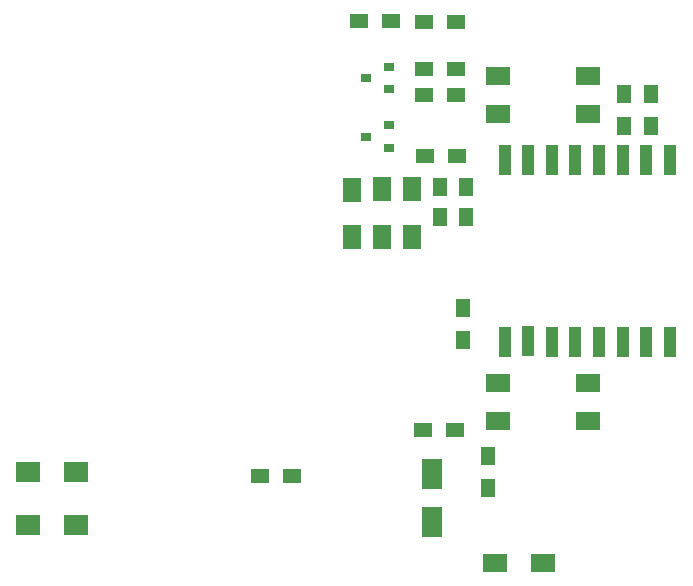
<source format=gbr>
G04 #@! TF.GenerationSoftware,KiCad,Pcbnew,no-vcs-found-c78a2ba~59~ubuntu16.10.1*
G04 #@! TF.CreationDate,2017-11-10T05:59:47+01:00*
G04 #@! TF.ProjectId,open_reflow,6F70656E5F7265666C6F772E6B696361,rev?*
G04 #@! TF.SameCoordinates,Original
G04 #@! TF.FileFunction,Paste,Top*
G04 #@! TF.FilePolarity,Positive*
%FSLAX46Y46*%
G04 Gerber Fmt 4.6, Leading zero omitted, Abs format (unit mm)*
G04 Created by KiCad (PCBNEW no-vcs-found-c78a2ba~59~ubuntu16.10.1) date Fri Nov 10 05:59:47 2017*
%MOMM*%
%LPD*%
G01*
G04 APERTURE LIST*
%ADD10R,0.900000X0.800000*%
%ADD11R,1.100000X2.500000*%
%ADD12R,1.600000X2.000000*%
%ADD13R,2.000000X1.600000*%
%ADD14R,1.250000X1.500000*%
%ADD15R,1.500000X1.300000*%
%ADD16R,1.300000X1.500000*%
%ADD17R,1.800000X2.500000*%
%ADD18R,2.000000X1.700000*%
G04 APERTURE END LIST*
D10*
X198755000Y-36830000D03*
X200755000Y-35880000D03*
X200755000Y-37780000D03*
D11*
X224503500Y-38830500D03*
X222503500Y-38830500D03*
X220503500Y-38830500D03*
X218503500Y-38830500D03*
X216503500Y-38830500D03*
X214503500Y-38830500D03*
X212503500Y-38830500D03*
X210503500Y-38830500D03*
X210503500Y-54230500D03*
X212503500Y-54130500D03*
X214503500Y-54230500D03*
X216503500Y-54230500D03*
X218503500Y-54230500D03*
X220503500Y-54230500D03*
X222503500Y-54230500D03*
X224503500Y-54230500D03*
D12*
X202692000Y-45307000D03*
X202692000Y-41307000D03*
X197612000Y-41338500D03*
X197612000Y-45338500D03*
D13*
X213734400Y-72898000D03*
X209734400Y-72898000D03*
D12*
X200152000Y-41307000D03*
X200152000Y-45307000D03*
D14*
X205041500Y-41104500D03*
X205041500Y-43604500D03*
X207200500Y-43604500D03*
X207200500Y-41104500D03*
D10*
X200755000Y-32829500D03*
X200755000Y-30929500D03*
X198755000Y-31879500D03*
D15*
X206391500Y-33337500D03*
X203691500Y-33337500D03*
X189785000Y-65595500D03*
X192485000Y-65595500D03*
D16*
X220599000Y-33194000D03*
X220599000Y-35894000D03*
D15*
X203628000Y-61658500D03*
X206328000Y-61658500D03*
D16*
X222885000Y-35894000D03*
X222885000Y-33194000D03*
X207010000Y-54055000D03*
X207010000Y-51355000D03*
D15*
X206391500Y-31115000D03*
X203691500Y-31115000D03*
X200892400Y-27076400D03*
X198192400Y-27076400D03*
D16*
X209105500Y-66564500D03*
X209105500Y-63864500D03*
D13*
X209941000Y-34937500D03*
X217541000Y-34937500D03*
X217541000Y-31737500D03*
X209941000Y-31737500D03*
X217531000Y-60921500D03*
X209931000Y-60921500D03*
X209931000Y-57721500D03*
X217531000Y-57721500D03*
D17*
X204343000Y-69437000D03*
X204343000Y-65437000D03*
D15*
X206502000Y-38481000D03*
X203802000Y-38481000D03*
X203691500Y-27114500D03*
X206391500Y-27114500D03*
D18*
X170180000Y-65214500D03*
X174180000Y-65214500D03*
X174180000Y-69723000D03*
X170180000Y-69723000D03*
M02*

</source>
